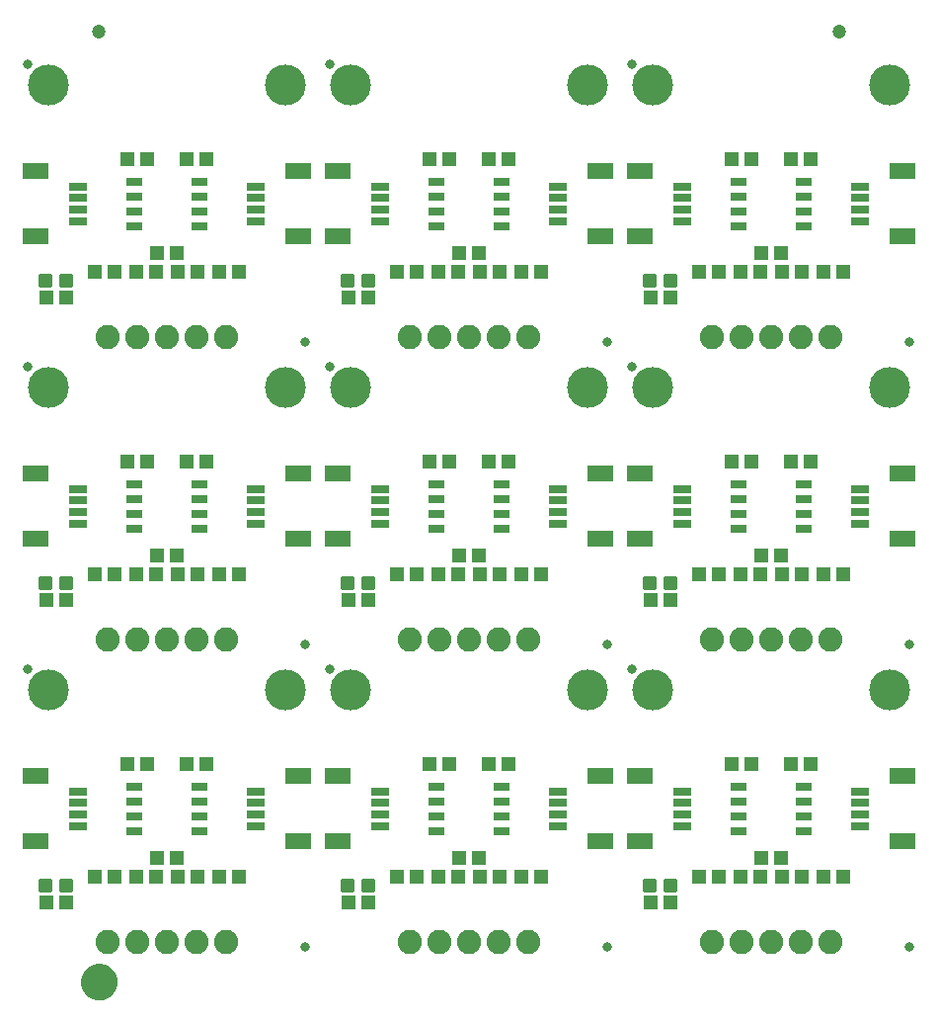
<source format=gts>
G75*
%MOIN*%
%OFA0B0*%
%FSLAX25Y25*%
%IPPOS*%
%LPD*%
%AMOC8*
5,1,8,0,0,1.08239X$1,22.5*
%
%ADD10C,0.13800*%
%ADD11C,0.03300*%
%ADD12R,0.05131X0.04737*%
%ADD13R,0.08674X0.05524*%
%ADD14R,0.06115X0.03162*%
%ADD15C,0.08200*%
%ADD16C,0.01421*%
%ADD17R,0.05524X0.03162*%
%ADD18C,0.04737*%
%ADD19C,0.05000*%
%ADD20C,0.06706*%
D10*
X0038750Y0118750D03*
X0118750Y0118750D03*
X0140750Y0118750D03*
X0220750Y0118750D03*
X0242750Y0118750D03*
X0322750Y0118750D03*
X0322750Y0220750D03*
X0242750Y0220750D03*
X0220750Y0220750D03*
X0140750Y0220750D03*
X0118750Y0220750D03*
X0038750Y0220750D03*
X0038750Y0322750D03*
X0118750Y0322750D03*
X0140750Y0322750D03*
X0220750Y0322750D03*
X0242750Y0322750D03*
X0322750Y0322750D03*
D11*
X0235750Y0329750D03*
X0227250Y0236250D03*
X0235750Y0227750D03*
X0329250Y0236250D03*
X0329250Y0134250D03*
X0235750Y0125750D03*
X0227250Y0134250D03*
X0133750Y0125750D03*
X0125250Y0134250D03*
X0031750Y0125750D03*
X0125250Y0032250D03*
X0227250Y0032250D03*
X0329250Y0032250D03*
X0133750Y0227750D03*
X0125250Y0236250D03*
X0031750Y0227750D03*
X0031750Y0329750D03*
X0133750Y0329750D03*
D12*
X0037904Y0047250D03*
X0044596Y0047250D03*
X0054404Y0055750D03*
X0061096Y0055750D03*
X0068404Y0055750D03*
X0075096Y0055750D03*
X0082404Y0055750D03*
X0082096Y0062250D03*
X0075404Y0062250D03*
X0089096Y0055750D03*
X0096404Y0055750D03*
X0103096Y0055750D03*
X0139904Y0047250D03*
X0146596Y0047250D03*
X0156404Y0055750D03*
X0163096Y0055750D03*
X0170404Y0055750D03*
X0177096Y0055750D03*
X0177404Y0062250D03*
X0184096Y0062250D03*
X0184404Y0055750D03*
X0191096Y0055750D03*
X0198404Y0055750D03*
X0205096Y0055750D03*
X0241904Y0047250D03*
X0248596Y0047250D03*
X0258404Y0055750D03*
X0265096Y0055750D03*
X0272404Y0055750D03*
X0279096Y0055750D03*
X0286404Y0055750D03*
X0286096Y0062250D03*
X0279404Y0062250D03*
X0293096Y0055750D03*
X0300404Y0055750D03*
X0307096Y0055750D03*
X0296096Y0093750D03*
X0289404Y0093750D03*
X0276096Y0093750D03*
X0269404Y0093750D03*
X0248596Y0149250D03*
X0241904Y0149250D03*
X0258404Y0157750D03*
X0265096Y0157750D03*
X0272404Y0157750D03*
X0279096Y0157750D03*
X0279404Y0164250D03*
X0286096Y0164250D03*
X0286404Y0157750D03*
X0293096Y0157750D03*
X0300404Y0157750D03*
X0307096Y0157750D03*
X0296096Y0195750D03*
X0289404Y0195750D03*
X0276096Y0195750D03*
X0269404Y0195750D03*
X0248596Y0251250D03*
X0241904Y0251250D03*
X0258404Y0259750D03*
X0265096Y0259750D03*
X0272404Y0259750D03*
X0279096Y0259750D03*
X0286404Y0259750D03*
X0286096Y0266250D03*
X0279404Y0266250D03*
X0293096Y0259750D03*
X0300404Y0259750D03*
X0307096Y0259750D03*
X0296096Y0297750D03*
X0289404Y0297750D03*
X0276096Y0297750D03*
X0269404Y0297750D03*
X0205096Y0259750D03*
X0198404Y0259750D03*
X0191096Y0259750D03*
X0184404Y0259750D03*
X0184096Y0266250D03*
X0177404Y0266250D03*
X0177096Y0259750D03*
X0170404Y0259750D03*
X0163096Y0259750D03*
X0156404Y0259750D03*
X0146596Y0251250D03*
X0139904Y0251250D03*
X0103096Y0259750D03*
X0096404Y0259750D03*
X0089096Y0259750D03*
X0082404Y0259750D03*
X0075096Y0259750D03*
X0075404Y0266250D03*
X0082096Y0266250D03*
X0068404Y0259750D03*
X0061096Y0259750D03*
X0054404Y0259750D03*
X0044596Y0251250D03*
X0037904Y0251250D03*
X0065404Y0297750D03*
X0072096Y0297750D03*
X0085404Y0297750D03*
X0092096Y0297750D03*
X0167404Y0297750D03*
X0174096Y0297750D03*
X0187404Y0297750D03*
X0194096Y0297750D03*
X0194096Y0195750D03*
X0187404Y0195750D03*
X0174096Y0195750D03*
X0167404Y0195750D03*
X0177404Y0164250D03*
X0177096Y0157750D03*
X0170404Y0157750D03*
X0163096Y0157750D03*
X0156404Y0157750D03*
X0146596Y0149250D03*
X0139904Y0149250D03*
X0103096Y0157750D03*
X0096404Y0157750D03*
X0089096Y0157750D03*
X0082404Y0157750D03*
X0082096Y0164250D03*
X0075404Y0164250D03*
X0075096Y0157750D03*
X0068404Y0157750D03*
X0061096Y0157750D03*
X0054404Y0157750D03*
X0044596Y0149250D03*
X0037904Y0149250D03*
X0065404Y0195750D03*
X0072096Y0195750D03*
X0085404Y0195750D03*
X0092096Y0195750D03*
X0184096Y0164250D03*
X0184404Y0157750D03*
X0191096Y0157750D03*
X0198404Y0157750D03*
X0205096Y0157750D03*
X0194096Y0093750D03*
X0187404Y0093750D03*
X0174096Y0093750D03*
X0167404Y0093750D03*
X0092096Y0093750D03*
X0085404Y0093750D03*
X0072096Y0093750D03*
X0065404Y0093750D03*
D13*
X0034281Y0089774D03*
X0034281Y0067726D03*
X0123219Y0067726D03*
X0136281Y0067726D03*
X0136281Y0089774D03*
X0123219Y0089774D03*
X0123219Y0169726D03*
X0136281Y0169726D03*
X0136281Y0191774D03*
X0123219Y0191774D03*
X0123219Y0271726D03*
X0136281Y0271726D03*
X0136281Y0293774D03*
X0123219Y0293774D03*
X0034281Y0293774D03*
X0034281Y0271726D03*
X0034281Y0191774D03*
X0034281Y0169726D03*
X0225219Y0169726D03*
X0238281Y0169726D03*
X0238281Y0191774D03*
X0225219Y0191774D03*
X0225219Y0271726D03*
X0238281Y0271726D03*
X0238281Y0293774D03*
X0225219Y0293774D03*
X0327219Y0293774D03*
X0327219Y0271726D03*
X0327219Y0191774D03*
X0327219Y0169726D03*
X0327219Y0089774D03*
X0327219Y0067726D03*
X0238281Y0067726D03*
X0225219Y0067726D03*
X0225219Y0089774D03*
X0238281Y0089774D03*
D14*
X0252750Y0084656D03*
X0252750Y0080719D03*
X0252750Y0076781D03*
X0252750Y0072844D03*
X0210750Y0072844D03*
X0210750Y0076781D03*
X0210750Y0080719D03*
X0210750Y0084656D03*
X0150750Y0084656D03*
X0150750Y0080719D03*
X0150750Y0076781D03*
X0150750Y0072844D03*
X0108750Y0072844D03*
X0108750Y0076781D03*
X0108750Y0080719D03*
X0108750Y0084656D03*
X0048750Y0084656D03*
X0048750Y0080719D03*
X0048750Y0076781D03*
X0048750Y0072844D03*
X0048750Y0174844D03*
X0048750Y0178781D03*
X0048750Y0182719D03*
X0048750Y0186656D03*
X0108750Y0186656D03*
X0108750Y0182719D03*
X0108750Y0178781D03*
X0108750Y0174844D03*
X0150750Y0174844D03*
X0150750Y0178781D03*
X0150750Y0182719D03*
X0150750Y0186656D03*
X0210750Y0186656D03*
X0210750Y0182719D03*
X0210750Y0178781D03*
X0210750Y0174844D03*
X0252750Y0174844D03*
X0252750Y0178781D03*
X0252750Y0182719D03*
X0252750Y0186656D03*
X0312750Y0186656D03*
X0312750Y0182719D03*
X0312750Y0178781D03*
X0312750Y0174844D03*
X0312750Y0084656D03*
X0312750Y0080719D03*
X0312750Y0076781D03*
X0312750Y0072844D03*
X0312750Y0276844D03*
X0312750Y0280781D03*
X0312750Y0284719D03*
X0312750Y0288656D03*
X0252750Y0288656D03*
X0252750Y0284719D03*
X0252750Y0280781D03*
X0252750Y0276844D03*
X0210750Y0276844D03*
X0210750Y0280781D03*
X0210750Y0284719D03*
X0210750Y0288656D03*
X0150750Y0288656D03*
X0150750Y0284719D03*
X0150750Y0280781D03*
X0150750Y0276844D03*
X0108750Y0276844D03*
X0108750Y0280781D03*
X0108750Y0284719D03*
X0108750Y0288656D03*
X0048750Y0288656D03*
X0048750Y0284719D03*
X0048750Y0280781D03*
X0048750Y0276844D03*
D15*
X0058750Y0237750D03*
X0068750Y0237750D03*
X0078750Y0237750D03*
X0088750Y0237750D03*
X0098750Y0237750D03*
X0160750Y0237750D03*
X0170750Y0237750D03*
X0180750Y0237750D03*
X0190750Y0237750D03*
X0200750Y0237750D03*
X0262750Y0237750D03*
X0272750Y0237750D03*
X0282750Y0237750D03*
X0292750Y0237750D03*
X0302750Y0237750D03*
X0302750Y0135750D03*
X0292750Y0135750D03*
X0282750Y0135750D03*
X0272750Y0135750D03*
X0262750Y0135750D03*
X0200750Y0135750D03*
X0190750Y0135750D03*
X0180750Y0135750D03*
X0170750Y0135750D03*
X0160750Y0135750D03*
X0098750Y0135750D03*
X0088750Y0135750D03*
X0078750Y0135750D03*
X0068750Y0135750D03*
X0058750Y0135750D03*
X0058750Y0033750D03*
X0068750Y0033750D03*
X0078750Y0033750D03*
X0088750Y0033750D03*
X0098750Y0033750D03*
X0160750Y0033750D03*
X0170750Y0033750D03*
X0180750Y0033750D03*
X0190750Y0033750D03*
X0200750Y0033750D03*
X0262750Y0033750D03*
X0272750Y0033750D03*
X0282750Y0033750D03*
X0292750Y0033750D03*
X0302750Y0033750D03*
D16*
X0247045Y0051092D02*
X0247045Y0054408D01*
X0250361Y0054408D01*
X0250361Y0051092D01*
X0247045Y0051092D01*
X0247045Y0052512D02*
X0250361Y0052512D01*
X0250361Y0053932D02*
X0247045Y0053932D01*
X0240139Y0054408D02*
X0240139Y0051092D01*
X0240139Y0054408D02*
X0243455Y0054408D01*
X0243455Y0051092D01*
X0240139Y0051092D01*
X0240139Y0052512D02*
X0243455Y0052512D01*
X0243455Y0053932D02*
X0240139Y0053932D01*
X0145045Y0054408D02*
X0145045Y0051092D01*
X0145045Y0054408D02*
X0148361Y0054408D01*
X0148361Y0051092D01*
X0145045Y0051092D01*
X0145045Y0052512D02*
X0148361Y0052512D01*
X0148361Y0053932D02*
X0145045Y0053932D01*
X0138139Y0054408D02*
X0138139Y0051092D01*
X0138139Y0054408D02*
X0141455Y0054408D01*
X0141455Y0051092D01*
X0138139Y0051092D01*
X0138139Y0052512D02*
X0141455Y0052512D01*
X0141455Y0053932D02*
X0138139Y0053932D01*
X0043045Y0054408D02*
X0043045Y0051092D01*
X0043045Y0054408D02*
X0046361Y0054408D01*
X0046361Y0051092D01*
X0043045Y0051092D01*
X0043045Y0052512D02*
X0046361Y0052512D01*
X0046361Y0053932D02*
X0043045Y0053932D01*
X0036139Y0054408D02*
X0036139Y0051092D01*
X0036139Y0054408D02*
X0039455Y0054408D01*
X0039455Y0051092D01*
X0036139Y0051092D01*
X0036139Y0052512D02*
X0039455Y0052512D01*
X0039455Y0053932D02*
X0036139Y0053932D01*
X0036139Y0153092D02*
X0036139Y0156408D01*
X0039455Y0156408D01*
X0039455Y0153092D01*
X0036139Y0153092D01*
X0036139Y0154512D02*
X0039455Y0154512D01*
X0039455Y0155932D02*
X0036139Y0155932D01*
X0043045Y0156408D02*
X0043045Y0153092D01*
X0043045Y0156408D02*
X0046361Y0156408D01*
X0046361Y0153092D01*
X0043045Y0153092D01*
X0043045Y0154512D02*
X0046361Y0154512D01*
X0046361Y0155932D02*
X0043045Y0155932D01*
X0138139Y0156408D02*
X0138139Y0153092D01*
X0138139Y0156408D02*
X0141455Y0156408D01*
X0141455Y0153092D01*
X0138139Y0153092D01*
X0138139Y0154512D02*
X0141455Y0154512D01*
X0141455Y0155932D02*
X0138139Y0155932D01*
X0145045Y0156408D02*
X0145045Y0153092D01*
X0145045Y0156408D02*
X0148361Y0156408D01*
X0148361Y0153092D01*
X0145045Y0153092D01*
X0145045Y0154512D02*
X0148361Y0154512D01*
X0148361Y0155932D02*
X0145045Y0155932D01*
X0240139Y0156408D02*
X0240139Y0153092D01*
X0240139Y0156408D02*
X0243455Y0156408D01*
X0243455Y0153092D01*
X0240139Y0153092D01*
X0240139Y0154512D02*
X0243455Y0154512D01*
X0243455Y0155932D02*
X0240139Y0155932D01*
X0247045Y0156408D02*
X0247045Y0153092D01*
X0247045Y0156408D02*
X0250361Y0156408D01*
X0250361Y0153092D01*
X0247045Y0153092D01*
X0247045Y0154512D02*
X0250361Y0154512D01*
X0250361Y0155932D02*
X0247045Y0155932D01*
X0247045Y0255092D02*
X0247045Y0258408D01*
X0250361Y0258408D01*
X0250361Y0255092D01*
X0247045Y0255092D01*
X0247045Y0256512D02*
X0250361Y0256512D01*
X0250361Y0257932D02*
X0247045Y0257932D01*
X0240139Y0258408D02*
X0240139Y0255092D01*
X0240139Y0258408D02*
X0243455Y0258408D01*
X0243455Y0255092D01*
X0240139Y0255092D01*
X0240139Y0256512D02*
X0243455Y0256512D01*
X0243455Y0257932D02*
X0240139Y0257932D01*
X0145045Y0258408D02*
X0145045Y0255092D01*
X0145045Y0258408D02*
X0148361Y0258408D01*
X0148361Y0255092D01*
X0145045Y0255092D01*
X0145045Y0256512D02*
X0148361Y0256512D01*
X0148361Y0257932D02*
X0145045Y0257932D01*
X0138139Y0258408D02*
X0138139Y0255092D01*
X0138139Y0258408D02*
X0141455Y0258408D01*
X0141455Y0255092D01*
X0138139Y0255092D01*
X0138139Y0256512D02*
X0141455Y0256512D01*
X0141455Y0257932D02*
X0138139Y0257932D01*
X0043045Y0258408D02*
X0043045Y0255092D01*
X0043045Y0258408D02*
X0046361Y0258408D01*
X0046361Y0255092D01*
X0043045Y0255092D01*
X0043045Y0256512D02*
X0046361Y0256512D01*
X0046361Y0257932D02*
X0043045Y0257932D01*
X0036139Y0258408D02*
X0036139Y0255092D01*
X0036139Y0258408D02*
X0039455Y0258408D01*
X0039455Y0255092D01*
X0036139Y0255092D01*
X0036139Y0256512D02*
X0039455Y0256512D01*
X0039455Y0257932D02*
X0036139Y0257932D01*
D17*
X0067726Y0275250D03*
X0067726Y0280250D03*
X0067726Y0285250D03*
X0067726Y0290250D03*
X0089774Y0290250D03*
X0089774Y0285250D03*
X0089774Y0280250D03*
X0089774Y0275250D03*
X0169726Y0275250D03*
X0169726Y0280250D03*
X0169726Y0285250D03*
X0169726Y0290250D03*
X0191774Y0290250D03*
X0191774Y0285250D03*
X0191774Y0280250D03*
X0191774Y0275250D03*
X0271726Y0275250D03*
X0271726Y0280250D03*
X0271726Y0285250D03*
X0271726Y0290250D03*
X0293774Y0290250D03*
X0293774Y0285250D03*
X0293774Y0280250D03*
X0293774Y0275250D03*
X0293774Y0188250D03*
X0293774Y0183250D03*
X0293774Y0178250D03*
X0293774Y0173250D03*
X0271726Y0173250D03*
X0271726Y0178250D03*
X0271726Y0183250D03*
X0271726Y0188250D03*
X0191774Y0188250D03*
X0191774Y0183250D03*
X0191774Y0178250D03*
X0191774Y0173250D03*
X0169726Y0173250D03*
X0169726Y0178250D03*
X0169726Y0183250D03*
X0169726Y0188250D03*
X0089774Y0188250D03*
X0089774Y0183250D03*
X0089774Y0178250D03*
X0089774Y0173250D03*
X0067726Y0173250D03*
X0067726Y0178250D03*
X0067726Y0183250D03*
X0067726Y0188250D03*
X0067726Y0086250D03*
X0067726Y0081250D03*
X0067726Y0076250D03*
X0067726Y0071250D03*
X0089774Y0071250D03*
X0089774Y0076250D03*
X0089774Y0081250D03*
X0089774Y0086250D03*
X0169726Y0086250D03*
X0169726Y0081250D03*
X0169726Y0076250D03*
X0169726Y0071250D03*
X0191774Y0071250D03*
X0191774Y0076250D03*
X0191774Y0081250D03*
X0191774Y0086250D03*
X0271726Y0086250D03*
X0271726Y0081250D03*
X0271726Y0076250D03*
X0271726Y0071250D03*
X0293774Y0071250D03*
X0293774Y0076250D03*
X0293774Y0081250D03*
X0293774Y0086250D03*
D18*
X0305750Y0341000D03*
X0055750Y0341000D03*
D19*
X0052185Y0020500D02*
X0052187Y0020619D01*
X0052193Y0020738D01*
X0052203Y0020857D01*
X0052217Y0020975D01*
X0052235Y0021093D01*
X0052256Y0021210D01*
X0052282Y0021326D01*
X0052312Y0021442D01*
X0052345Y0021556D01*
X0052382Y0021669D01*
X0052423Y0021781D01*
X0052468Y0021892D01*
X0052516Y0022001D01*
X0052568Y0022108D01*
X0052624Y0022213D01*
X0052683Y0022317D01*
X0052745Y0022418D01*
X0052811Y0022518D01*
X0052880Y0022615D01*
X0052952Y0022709D01*
X0053028Y0022802D01*
X0053106Y0022891D01*
X0053187Y0022978D01*
X0053272Y0023063D01*
X0053359Y0023144D01*
X0053448Y0023222D01*
X0053541Y0023298D01*
X0053635Y0023370D01*
X0053732Y0023439D01*
X0053832Y0023505D01*
X0053933Y0023567D01*
X0054037Y0023626D01*
X0054142Y0023682D01*
X0054249Y0023734D01*
X0054358Y0023782D01*
X0054469Y0023827D01*
X0054581Y0023868D01*
X0054694Y0023905D01*
X0054808Y0023938D01*
X0054924Y0023968D01*
X0055040Y0023994D01*
X0055157Y0024015D01*
X0055275Y0024033D01*
X0055393Y0024047D01*
X0055512Y0024057D01*
X0055631Y0024063D01*
X0055750Y0024065D01*
X0055869Y0024063D01*
X0055988Y0024057D01*
X0056107Y0024047D01*
X0056225Y0024033D01*
X0056343Y0024015D01*
X0056460Y0023994D01*
X0056576Y0023968D01*
X0056692Y0023938D01*
X0056806Y0023905D01*
X0056919Y0023868D01*
X0057031Y0023827D01*
X0057142Y0023782D01*
X0057251Y0023734D01*
X0057358Y0023682D01*
X0057463Y0023626D01*
X0057567Y0023567D01*
X0057668Y0023505D01*
X0057768Y0023439D01*
X0057865Y0023370D01*
X0057959Y0023298D01*
X0058052Y0023222D01*
X0058141Y0023144D01*
X0058228Y0023063D01*
X0058313Y0022978D01*
X0058394Y0022891D01*
X0058472Y0022802D01*
X0058548Y0022709D01*
X0058620Y0022615D01*
X0058689Y0022518D01*
X0058755Y0022418D01*
X0058817Y0022317D01*
X0058876Y0022213D01*
X0058932Y0022108D01*
X0058984Y0022001D01*
X0059032Y0021892D01*
X0059077Y0021781D01*
X0059118Y0021669D01*
X0059155Y0021556D01*
X0059188Y0021442D01*
X0059218Y0021326D01*
X0059244Y0021210D01*
X0059265Y0021093D01*
X0059283Y0020975D01*
X0059297Y0020857D01*
X0059307Y0020738D01*
X0059313Y0020619D01*
X0059315Y0020500D01*
X0059313Y0020381D01*
X0059307Y0020262D01*
X0059297Y0020143D01*
X0059283Y0020025D01*
X0059265Y0019907D01*
X0059244Y0019790D01*
X0059218Y0019674D01*
X0059188Y0019558D01*
X0059155Y0019444D01*
X0059118Y0019331D01*
X0059077Y0019219D01*
X0059032Y0019108D01*
X0058984Y0018999D01*
X0058932Y0018892D01*
X0058876Y0018787D01*
X0058817Y0018683D01*
X0058755Y0018582D01*
X0058689Y0018482D01*
X0058620Y0018385D01*
X0058548Y0018291D01*
X0058472Y0018198D01*
X0058394Y0018109D01*
X0058313Y0018022D01*
X0058228Y0017937D01*
X0058141Y0017856D01*
X0058052Y0017778D01*
X0057959Y0017702D01*
X0057865Y0017630D01*
X0057768Y0017561D01*
X0057668Y0017495D01*
X0057567Y0017433D01*
X0057463Y0017374D01*
X0057358Y0017318D01*
X0057251Y0017266D01*
X0057142Y0017218D01*
X0057031Y0017173D01*
X0056919Y0017132D01*
X0056806Y0017095D01*
X0056692Y0017062D01*
X0056576Y0017032D01*
X0056460Y0017006D01*
X0056343Y0016985D01*
X0056225Y0016967D01*
X0056107Y0016953D01*
X0055988Y0016943D01*
X0055869Y0016937D01*
X0055750Y0016935D01*
X0055631Y0016937D01*
X0055512Y0016943D01*
X0055393Y0016953D01*
X0055275Y0016967D01*
X0055157Y0016985D01*
X0055040Y0017006D01*
X0054924Y0017032D01*
X0054808Y0017062D01*
X0054694Y0017095D01*
X0054581Y0017132D01*
X0054469Y0017173D01*
X0054358Y0017218D01*
X0054249Y0017266D01*
X0054142Y0017318D01*
X0054037Y0017374D01*
X0053933Y0017433D01*
X0053832Y0017495D01*
X0053732Y0017561D01*
X0053635Y0017630D01*
X0053541Y0017702D01*
X0053448Y0017778D01*
X0053359Y0017856D01*
X0053272Y0017937D01*
X0053187Y0018022D01*
X0053106Y0018109D01*
X0053028Y0018198D01*
X0052952Y0018291D01*
X0052880Y0018385D01*
X0052811Y0018482D01*
X0052745Y0018582D01*
X0052683Y0018683D01*
X0052624Y0018787D01*
X0052568Y0018892D01*
X0052516Y0018999D01*
X0052468Y0019108D01*
X0052423Y0019219D01*
X0052382Y0019331D01*
X0052345Y0019444D01*
X0052312Y0019558D01*
X0052282Y0019674D01*
X0052256Y0019790D01*
X0052235Y0019907D01*
X0052217Y0020025D01*
X0052203Y0020143D01*
X0052193Y0020262D01*
X0052187Y0020381D01*
X0052185Y0020500D01*
D20*
X0055750Y0020500D03*
M02*

</source>
